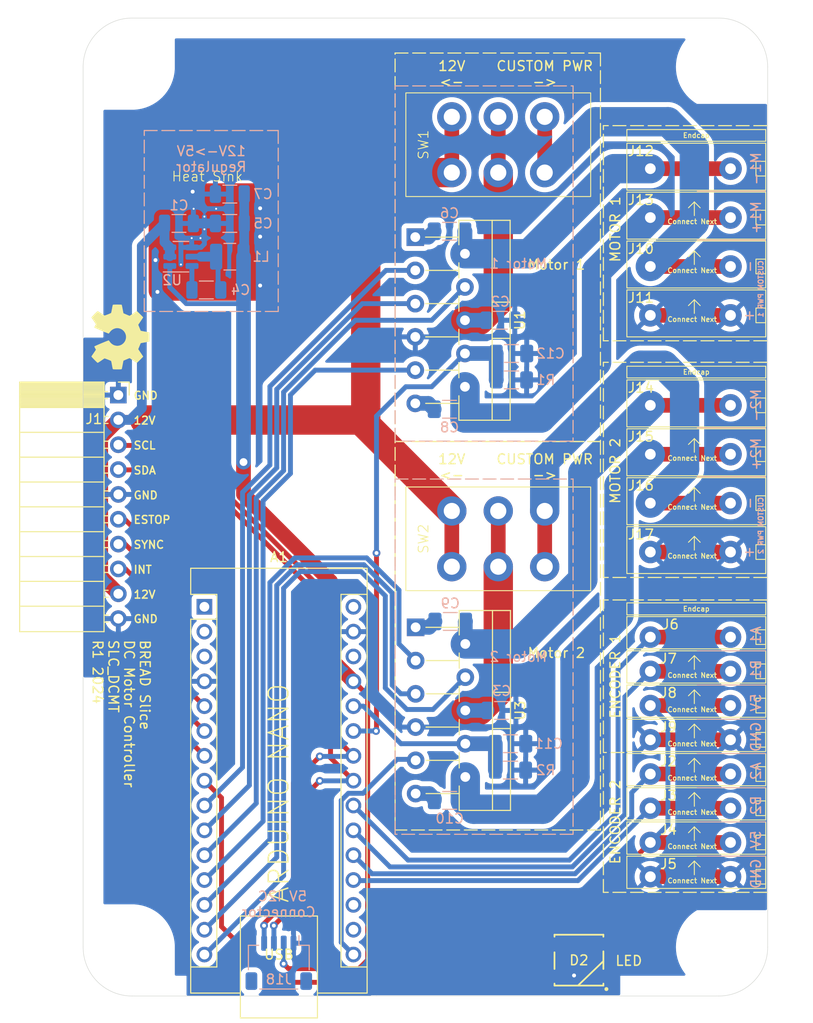
<source format=kicad_pcb>
(kicad_pcb (version 20241229) (generator "pcbnew") (generator_version "9.0")
  (layers (0 "F.Cu" signal) (2 "B.Cu" signal) (13 "F.Paste" user) (15 "B.Paste" user) (5 "F.SilkS" user "F.Silkscreen") (7 "B.SilkS" user "B.Silkscreen") (1 "F.Mask" user) (3 "B.Mask" user) (25 "Edge.Cuts" user))
  (net 0 "")
  (net 3 "GND")
  (net 5 "+5V")
  (net 6 "/LED")
  (net 7 "/I2C_CLK")
  (net 8 "/I2C_DAT")
  (net 9 "/SYNC")
  (net 11 "/E_STOP")
  (net 14 "+12V")
  (net 15 "/INT")
  (net 16 "unconnected-(A1-VIN-Pad30)")
  (net 17 "Net-(U2-SW)")
  (net 18 "Net-(U2-BST)")
  (net 20 "Net-(SW1-B)")
  (net 21 "Net-(SW2-B)")
  (net 22 "Net-(U1-OUTPUT1)")
  (net 23 "Net-(U1-BOOTSTRAP1)")
  (net 24 "Net-(U1-BOOTSTRAP2)")
  (net 25 "Net-(U1-OUTPUT2)")
  (net 26 "Net-(U3-OUTPUT1)")
  (net 27 "Net-(U3-BOOTSTRAP1)")
  (net 28 "Net-(U3-BOOTSTRAP2)")
  (net 29 "Net-(U3-OUTPUT2)")
  (net 30 "/CSEN2")
  (net 31 "/CSEN1")
  (net 32 "/A2")
  (net 33 "/B2")
  (net 34 "/A1")
  (net 35 "/B1")
  (net 36 "/CUST1")
  (net 37 "/CUST2")
  (net 38 "/DIR1")
  (net 39 "/BR1")
  (net 40 "/MC1")
  (net 41 "/THRM1")
  (net 42 "/DIR2")
  (net 43 "/BR2")
  (net 44 "/MC2")
  (net 45 "/THRM2")
  (footprint "MountingHole:MountingHole_5mm" (layer "F.Cu") (at 127.6 44.8)
    (property "Reference" "H1")
    (property "Value" "MountingHole")
  )
  (footprint "MountingHole:MountingHole_5mm" (layer "F.Cu") (at 187.6 44.8)
    (property "Reference" "H2")
    (property "Value" "MountingHole")
  )
  (footprint "MountingHole:MountingHole_5mm" (layer "F.Cu") (at 127.6 134.8)
    (property "Reference" "H3")
    (property "Value" "MountingHole")
  )
  (footprint "MountingHole:MountingHole_5mm" (layer "F.Cu") (at 187.6 134.8)
    (property "Reference" "H4")
    (property "Value" "MountingHole")
  )
  (footprint "Module:Arduino_Nano" (layer "F.Cu") (at 135 100)
    (property "Reference" "A1")
    (property "Value" "Arduino_Nano_v3.x")
  )
  (footprint "Connector_PinSocket_2.54mm:PinSocket_1x10_P2.54mm_Horizontal" (layer "F.Cu") (at 126.2 78.35)
    (property "Reference" "J1")
    (property "Value" "Conn_01x10_Female")
  )
  (footprint "Symbol:OSHW-Symbol_6.7x6mm_SilkScreen" (layer "F.Cu") (at 126.4 72.4 -90)
    (property "Reference" "Logo1" (hide yes))
    (property "Value" "Logo_Open_Hardware_Small" (hide yes))
  )
  (footprint "Package_TO_SOT_THT:TO-220-11_P3.4x5.08mm_StaggerOdd_Lead4.85mm_Vertical" (layer "F.Cu") (at 156.6 102.1 -90)
    (property "Reference" "U3")
    (property "Value" "LMD18200")
  )
  (footprint "SparkFun-Connector:Term_PressFit_5mm_H_PC" (layer "F.Cu") (at 180.6 60.2)
    (property "Reference" "J13")
    (property "Value" "Term_PressFit_Phoenix_Contact")
  )
  (footprint "Package_TO_SOT_THT:TO-220-11_P3.4x5.08mm_StaggerOdd_Lead4.85mm_Vertical" (layer "F.Cu") (at 156.565 62.2 -90)
    (property "Reference" "U1")
    (property "Value" "LMD18200")
  )
  (footprint "SparkFun-Connector:Term_PressFit_5mm_H_ENDCAP_PC" (layer "F.Cu") (at 180.6 79.4)
    (property "Reference" "J14")
    (property "Value" "cap")
  )
  (footprint "SparkFun-Connector:Term_PressFit_5mm_H_ENDCAP_PC" (layer "F.Cu") (at 180.6 55.2)
    (property "Reference" "J12")
    (property "Value" "cap")
  )
  (footprint "SparkFun-Connector:Term_PressFit_3.5mm_H_PC" (layer "F.Cu") (at 180.6 110.1)
    (property "Reference" "J8")
    (property "Value" "Term_PressFit_Phoenix_Contact")
  )
  (footprint "SparkFun-Connector:Term_PressFit_3.5mm_H_PC" (layer "F.Cu") (at 180.6 124.1)
    (property "Reference" "J4")
    (property "Value" "Term_PressFit_Phoenix_Contact")
  )
  (footprint "SparkFun-Connector:Term_PressFit_3.5mm_H_PC" (layer "F.Cu") (at 180.6 120.6)
    (property "Reference" "J3")
    (property "Value" "Term_PressFit_Phoenix_Contact")
  )
  (footprint "SparkFun-Switch:L102011MS02Q" (layer "F.Cu") (at 160.3 95.9 90)
    (property "Reference" "SW2")
    (property "Value" "SW_SPDT")
  )
  (footprint "SparkFun-Connector:Term_PressFit_3.5mm_H_PC" (layer "F.Cu") (at 180.6 117.1)
    (property "Reference" "J2")
    (property "Value" "Term_PressFit_Phoenix_Contact")
  )
  (footprint "SparkFun-Connector:Term_PressFit_5mm_H_PC" (layer "F.Cu") (at 180.6 70.2)
    (property "Reference" "J11")
    (property "Value" "Term_PressFit_Phoenix_Contact")
  )
  (footprint "SparkFun-LED:WS2812-5050-4PIN" (layer "F.Cu") (at 173.3 136.132769)
    (property "Reference" "D2")
    (property "Value" "WS2812B_5050")
  )
  (footprint "SparkFun-Connector:Term_PressFit_3.5mm_H_ENDCAP_PC" (layer "F.Cu") (at 180.6 103.1)
    (property "Reference" "J6")
    (property "Value" "cap")
  )
  (footprint "SparkFun-Connector:Term_PressFit_5mm_H_PC" (layer "F.Cu") (at 180.6 94.4)
    (property "Reference" "J17")
    (property "Value" "Term_PressFit_Phoenix_Contact")
  )
  (footprint "SparkFun-Connector:Term_PressFit_5mm_H_PC" (layer "F.Cu") (at 180.6 84.4)
    (property "Reference" "J15")
    (property "Value" "Term_PressFit_Phoenix_Contact")
  )
  (footprint "SparkFun-Connector:Term_PressFit_5mm_H_PC" (layer "F.Cu") (at 180.6 65.2)
    (property "Reference" "J10")
    (property "Value" "Term_PressFit_Phoenix_Contact")
  )
  (footprint "SparkFun-Fuse:Thermal Pad" (layer "F.Cu") (at 135.3 62.7)
    (property "Reference" "HS1")
    (property "Value" "Heatsink_Pad")
  )
  (footprint "SparkFun-Connector:Term_PressFit_5mm_H_PC" (layer "F.Cu") (at 180.6 89.4)
    (property "Reference" "J16")
    (property "Value" "Term_PressFit_Phoenix_Contact")
  )
  (footprint "SparkFun-Connector:Term_PressFit_3.5mm_H_PC" (layer "F.Cu") (at 180.6 113.6)
    (property "Reference" "J9")
    (property "Value" "Term_PressFit_Phoenix_Contact")
  )
  (footprint "SparkFun-Connector:Term_PressFit_3.5mm_H_PC" (layer "F.Cu") (at 180.6 106.6)
    (property "Reference" "J7")
    (property "Value" "Term_PressFit_Phoenix_Contact")
  )
  (footprint "SparkFun-Connector:Term_PressFit_3.5mm_H_PC" (layer "F.Cu") (at 180.6 127.6)
    (property "Reference" "J5")
    (property "Value" "Term_PressFit_Phoenix_Contact")
  )
  (footprint "SparkFun-Switch:L102011MS02Q" (layer "F.Cu") (at 160.3 55.6 90)
    (property "Reference" "SW1")
    (property "Value" "SW_SPDT")
  )
  (footprint "Capacitor_SMD:C_1206_3216Metric_Pad1.33x1.80mm_HandSolder" (layer "B.Cu") (at 160.065 61.6 180)
    (property "Reference" "C6")
    (property "Value" "10 nF")
  )
  (footprint "Capacitor_SMD:C_1206_3216Metric" (layer "B.Cu") (at 137.6 60.8)
    (property "Reference" "C5")
    (property "Value" "22uF")
  )
  (footprint "Package_TO_SOT_SMD:TSOT-23-6" (layer "B.Cu") (at 132.6 64.2)
    (property "Reference" "U2")
    (property "Value" "AP63205WU-7")
  )
  (footprint "Capacitor_SMD:C_1206_3216Metric" (layer "B.Cu") (at 137.6 57.8)
    (property "Reference" "C7")
    (property "Value" "22uF")
  )
  (footprint "Connector_JST:JST_SH_SM04B-SRSS-TB_1x04-1MP_P1.00mm_Horizontal" (layer "B.Cu") (at 142.61 136.4 180)
    (property "Reference" "J18")
    (property "Value" "I2C_01x04")
  )
  (footprint "Resistor_SMD:R_1206_3216Metric_Pad1.30x1.75mm_HandSolder" (layer "B.Cu") (at 166.4 76.8)
    (property "Reference" "R1")
    (property "Value" "4.42 k")
  )
  (footprint "Capacitor_SMD:C_1206_3216Metric_Pad1.33x1.80mm_HandSolder" (layer "B.Cu") (at 160.1425 101.5 180)
    (property "Reference" "C9")
    (property "Value" "10 nF")
  )
  (footprint "Inductor_SMD:L_1210_3225Metric" (layer "B.Cu") (at 137.6 64.2)
    (property "Reference" "L1")
    (property "Value" "4.7uH")
  )
  (footprint "Capacitor_SMD:C_1206_3216Metric" (layer "B.Cu") (at 132.4 60.8 180)
    (property "Reference" "C1")
    (property "Value" "22uF")
  )
  (footprint "Resistor_SMD:R_1206_3216Metric_Pad1.30x1.75mm_HandSolder" (layer "B.Cu") (at 166.3 116.7)
    (property "Reference" "R2")
    (property "Value" "4.42 k")
  )
  (footprint "Capacitor_SMD:C_1206_3216Metric_Pad1.33x1.80mm_HandSolder" (layer "B.Cu") (at 160.08 119.8)
    (property "Reference" "C10")
    (property "Value" "10 nF")
  )
  (footprint "Capacitor_SMD:C_1206_3216Metric" (layer "B.Cu") (at 165.38 110.6)
    (property "Reference" "C3")
    (property "Value" "10uF_t")
  )
  (footprint "Capacitor_SMD:C_1206_3216Metric_Pad1.33x1.80mm_HandSolder" (layer "B.Cu") (at 166.3 114)
    (property "Reference" "C11")
    (property "Value" "10 nF")
  )
  (footprint "Capacitor_SMD:C_1206_3216Metric" (layer "B.Cu") (at 165.265 70.7)
    (property "Reference" "C2")
    (property "Value" "10uF_t")
  )
  (footprint "Capacitor_SMD:C_1206_3216Metric" (layer "B.Cu") (at 135.2 67.6 180)
    (property "Reference" "C4")
    (property "Value" "100nF")
  )
  (footprint "Capacitor_SMD:C_1206_3216Metric_Pad1.33x1.80mm_HandSolder" (layer "B.Cu") (at 160.065 79.8)
    (property "Reference" "C8")
    (property "Value" "10 nF")
  )
  (footprint "Capacitor_SMD:C_1206_3216Metric_Pad1.33x1.80mm_HandSolder" (layer "B.Cu") (at 166.4 74.1)
    (property "Reference" "C12")
    (property "Value" "10 nF")
  )
  (gr_line (start 175.8 129.2) (end 175.8 99.3) (stroke (width 0.12) (type dash)) (layer "F.SilkS"))
  (gr_line (start 192.5 99.3) (end 175.8 99.3) (stroke (width 0.12) (type dash)) (layer "F.SilkS"))
  (gr_line (start 192.5 75) (end 175.8 75) (stroke (width 0.12) (type dash)) (layer "F.SilkS"))
  (gr_line (start 177.9 114.9) (end 175.8 114.9) (stroke (width 0.12) (type dash)) (layer "F.SilkS"))
  (gr_line (start 175.8 72.8) (end 175.8 50.8) (stroke (width 0.12) (type dash)) (layer "F.SilkS"))
  (gr_rect (start 154.5 83.1) (end 175.5 122.8254) (stroke (width 0.12) (type dash)) (fill no) (layer "F.SilkS"))
  (gr_line (start 192.5 50.8) (end 175.8 50.8) (stroke (width 0.12) (type dash)) (layer "F.SilkS"))
  (gr_rect (start 154.5 43.3746) (end 175.5 83.1) (stroke (width 0.12) (type dash)) (fill no) (layer "F.SilkS"))
  (gr_line (start 175.8 97) (end 175.8 75) (stroke (width 0.12) (type dash)) (layer "F.SilkS"))
  (gr_line (start 192.5 97) (end 175.8 97) (stroke (width 0.12) (type dash)) (layer "F.SilkS"))
  (gr_line (start 192.5 129.2) (end 175.8 129.2) (stroke (width 0.12) (type dash)) (layer "F.SilkS"))
  (gr_line (start 192.5 72.8) (end 175.8 72.8) (stroke (width 0.12) (type dash)) (layer "F.SilkS"))
  (gr_rect (start 154.5 86.93555) (end 172.7 123.26095) (stroke (width 0.12) (type dash)) (fill no) (layer "B.SilkS"))
  (gr_rect (start 154.5 46.73555) (end 172.7 83.06095) (stroke (width 0.12) (type dash)) (fill no) (layer "B.SilkS"))
  (gr_rect (start 128.85 51.3) (end 142.55 69.8) (stroke (width 0.12) (type dash)) (fill no) (layer "B.SilkS"))
  (gr_line (start 192.6 44.8) (end 192.6 94.8) (stroke (width 0.05)) (layer "Edge.Cuts"))
  (gr_arc (start 192.6 134.8) (mid 191.135534 138.335534) (end 187.6 139.8) (stroke (width 0.05)) (layer "Edge.Cuts"))
  (gr_arc (start 122.6 44.8) (mid 124.064466 41.264466) (end 127.6 39.8) (stroke (width 0.05)) (layer "Edge.Cuts"))
  (gr_line (start 192.6 94.8) (end 192.6 134.8) (stroke (width 0.05)) (layer "Edge.Cuts"))
  (gr_line (start 122.6 134.8) (end 122.6 44.8) (stroke (width 0.05)) (layer "Edge.Cuts"))
  (gr_line (start 127.6 39.8) (end 152.6 39.8) (stroke (width 0.05)) (layer "Edge.Cuts"))
  (gr_arc (start 127.6 139.8) (mid 124.064466 138.335534) (end 122.6 134.8) (stroke (width 0.05)) (layer "Edge.Cuts"))
  (gr_line (start 152.6 139.8) (end 187.6 139.8) (stroke (width 0.05)) (layer "Edge.Cuts"))
  (gr_line (start 127.6 139.8) (end 152.6 139.8) (stroke (width 0.05)) (layer "Edge.Cuts"))
  (gr_line (start 152.6 39.8) (end 187.6 39.8) (stroke (width 0.05)) (layer "Edge.Cuts"))
  (gr_arc (start 187.6 39.8) (mid 191.135534 41.264466) (end 192.6 44.8) (stroke (width 0.05)) (layer "Edge.Cuts"))
  (gr_text "Motor 1" (at 171 65.6 0) (layer "F.SilkS") (effects (font (size 1 1)) (justify bottom)))
  (gr_text "GND" (at 129 88.6 0) (layer "F.SilkS") (effects (font (size 0.8 0.8))))
  (gr_text "ENCODER 2" (at 177.6 122 90) (layer "F.SilkS") (effects (font (size 1 1)) (justify bottom)))
  (gr_text "CUSTOM PWR\n->" (at 169.8 46.9 0) (layer "F.SilkS") (effects (font (size 1 1)) (justify bottom)))
  (gr_text "MOTOR 1" (at 177.6 61.4 90) (layer "F.SilkS") (effects (font (size 1 1)) (justify bottom)))
  (gr_text "12V" (at 128.885715 98.75 0) (layer "F.SilkS") (effects (font (size 0.8 0.8))))
  (gr_text "SYNC" (at 129.32381 93.65 0) (layer "F.SilkS") (effects (font (size 0.8 0.8))))
  (gr_text "GND" (at 129 101.25 0) (layer "F.SilkS") (effects (font (size 0.8 0.8))))
  (gr_text "BREAD Slice\nDC Motor Controller\nSLC_DCMT\nR1 2024" (at 126.5 103.3 270) (layer "F.SilkS") (effects (font (size 1 1)) (justify left)))
  (gr_text "12V\n<-" (at 160.3 87.1 0) (layer "F.SilkS") (effects (font (size 1 1)) (justify bottom)))
  (gr_text "GND" (at 129 78.4 0) (layer "F.SilkS") (effects (font (size 0.8 0.8))))
  (gr_text "Motor 2" (at 171 105.30175 0) (layer "F.SilkS") (effects (font (size 1 1)) (justify bottom)))
  (gr_text "ESTOP" (at 129.647619 91.1 0) (layer "F.SilkS") (effects (font (size 0.8 0.8))))
  (gr_text "INT" (at 128.695238 96.2 0) (layer "F.SilkS") (effects (font (size 0.8 0.8))))
  (gr_text "SDA" (at 128.904762 86.05 0) (layer "F.SilkS") (effects (font (size 0.8 0.8))))
  (gr_text "SCL" (at 128.885715 83.5 0) (layer "F.SilkS") (effects (font (size 0.8 0.8))))
  (gr_text "12V\n<-" (at 160.3 46.9 0) (layer "F.SilkS") (effects (font (size 1 1)) (justify bottom)))
  (gr_text "ARDUINO NANO" (at 142.61 119.05 90) (layer "F.SilkS") (effects (font (size 2 2))))
  (gr_text "CUSTOM PWR\n->" (at 169.8 87.1 0) (layer "F.SilkS") (effects (font (size 1 1)) (justify bottom)))
  (gr_text "MOTOR 2" (at 177.6 86.1 90) (layer "F.SilkS") (effects (font (size 1 1)) (justify bottom)))
  (gr_text "12V" (at 128.885715 80.95 0) (layer "F.SilkS") (effects (font (size 0.8 0.8))))
  (gr_text "ENCODER 1" (at 177.6 107.1 90) (layer "F.SilkS") (effects (font (size 1 1)) (justify bottom)))
  (gr_text "LED" (at 178.4 136.2 0) (layer "F.SilkS") (effects (font (size 1 1))))
  (gr_text "CUSTOM PWR 1" (at 191.9 67.5 90) (layer "B.SilkS") (effects (font (size 0.5 0.5) (thickness 0.125)) (justify mirror)))
  (gr_text "A2" (at 191.4 116.8 90) (layer "B.SilkS") (effects (font (size 1 1)) (justify mirror)))
  (gr_text "+" (at 190.757 94.5 180) (layer "B.SilkS") (effects (font (size 1 1)) (justify mirror)))
  (gr_text "B2" (at 191.4 120.3 90) (layer "B.SilkS") (effects (font (size 1 1)) (justify mirror)))
  (gr_text "A1" (at 191.4 102.9 90) (layer "B.SilkS") (effects (font (size 1 1)) (justify mirror)))
  (gr_text "+" (at 190.757 70.3 180) (layer "B.SilkS") (effects (font (size 1 1)) (justify mirror)))
  (gr_text "5V" (at 191.4 109.8 90) (layer "B.SilkS") (effects (font (size 1 1)) (justify mirror)))
  (gr_text "-" (at 190.756999 65.2 90) (layer "B.SilkS") (effects (font (size 1 1)) (justify mirror)))
  (gr_text "5V" (at 191.4 123.8 90) (layer "B.SilkS") (effects (font (size 1 1)) (justify mirror)))
  (gr_text "12V->5V\nRegulator" (at 135.7 55.6 0) (layer "B.SilkS") (effects (font (size 1 1)) (justify bottom mirror)))
  (gr_text "Motor 1" (at 167.1 65.5 0) (layer "B.SilkS") (effects (font (size 1 1)) (justify bottom mirror)))
  (gr_text "GND" (at 191.4 127.3 90) (layer "B.SilkS") (effects (font (size 1 1)) (justify mirror)))
  (gr_text "GND" (at 191.4 113.3 90) (layer "B.SilkS") (effects (font (size 1 1)) (justify mirror)))
  (gr_text "M2-" (at 191.4 79.4 90) (layer "B.SilkS") (effects (font (size 1 1)) (justify mirror)))
  (gr_text "5V I2C \nConnector" (at 142.6 131.8 0) (layer "B.SilkS") (effects (font (size 1 1)) (justify bottom mirror)))
  (gr_text "M1-" (at 191.4 55.2 90) (layer "B.SilkS") (effects (font (size 1 1)) (justify mirror)))
  (gr_text "B1" (at 191.4 106.4 90) (layer "B.SilkS") (effects (font (size 1 1)) (justify mirror)))
  (gr_text "Motor 2" (at 167.1 105.7 0) (layer "B.SilkS") (effects (font (size 1 1)) (justify bottom mirror)))
  (gr_text "-" (at 190.756999 89.4 90) (layer "B.SilkS") (effects (font (size 1 1)) (justify mirror)))
  (gr_text "M2+" (at 191.4 84.4 90) (layer "B.SilkS") (effects (font (size 1 1)) (justify mirror)))
  (gr_text "M1+" (at 191.4 60.2 90) (layer "B.SilkS") (effects (font (size 1 1)) (justify mirror)))
  (gr_text "CUSTOM PWR 2" (at 191.9 91.7 90) (layer "B.SilkS") (effects (font (size 0.5 0.5) (thickness 0.125)) (justify mirror)))
  (segment (start 188.8 113.6) (end 180.6 113.6) (width 1.5) (layer "F.Cu") (net 3))
  (segment (start 188.8 94.4) (end 180.6 94.4) (width 1.5) (layer "F.Cu") (net 3))
  (segment (start 188.8 70.2) (end 180.6 70.2) (width 1.5) (layer "F.Cu") (net 3))
  (segment (start 172.8 137.7) (end 172.832769 137.732769) (width 0.5) (layer "F.Cu") (net 3))
  (segment (start 180.6 127.6) (end 188.8 127.6) (width 1.5) (layer "F.Cu") (net 3))
  (segment (start 172.832769 137.732769) (end 175.877 137.732769) (width 0.5) (layer "F.Cu") (net 3))
  (via (at 133.8 57.55) (size 0.8) (drill 0.4) (layers "F.Cu" "B.Cu") (net 3))
  (via (at 140.7 62.15) (size 0.8) (drill 0.4) (layers "F.Cu" "B.Cu") (net 3))
  (via (at 134.6 62.3) (size 0.5) (drill 0.2) (layers "F.Cu" "B.Cu") (net 3))
  (via (at 140.7 59.25) (size 0.8) (drill 0.4) (layers "F.Cu" "B.Cu") (net 3))
  (via (at 130.2 67.8) (size 0.8) (drill 0.4) (layers "F.Cu" "B.Cu") (net 3))
  (via (at 135 60.1) (size 0.5) (drill 0.2) (layers "F.Cu" "B.Cu") (net 3))
  (via (at 172.8 137.7) (size 0.8) (drill 0.4) (layers "F.Cu" "B.Cu") (net 3))
  (via (at 133.7 62.3) (size 0.5) (drill 0.2) (layers "F.Cu" "B.Cu") (net 3))
  (via (at 136.2 59.3) (size 0.5) (drill 0.2) (layers "F.Cu" "B.Cu") (net 3))
  (via (at 132.6 65) (size 0.5) (drill 0.2) (layers "F.Cu" "B.Cu") (net 3))
  (via (at 140.7 67.15) (size 0.8) (drill 0.4) (layers "F.Cu" "B.Cu") (net 3))
  (via (at 130 64.55) (size 0.8) (drill 0.4) (layers "F.Cu" "B.Cu") (net 3))
  (via (at 135 61.4) (size 0.5) (drill 0.2) (layers "F.Cu" "B.Cu") (net 3))
  (via (at 133.9 59.3) (size 0.5) (drill 0.2) (layers "F.Cu" "B.Cu") (net 3))
  (segment (start 136.125 60.8) (end 133.875 60.8) (width 1) (layer "B.Cu") (net 3))
  (segment (start 133.7 63.2125) (end 133.7375 63.25) (width 0.5) (layer "B.Cu") (net 3))
  (segment (start 132.6 63.3) (end 132.6 65) (width 0.5) (layer "B.Cu") (net 3))
  (segment (start 136.2 59.3) (end 135.3 59.3) (width 0.5) (layer "B.Cu") (net 3))
  (segment (start 132.6 62.6) (end 132.6 63.3) (width 0.5) (layer "B.Cu") (net 3))
  (segment (start 135 61.9) (end 134.6 62.3) (width 0.5) (layer "B.Cu") (net 3))
  (segment (start 135 60.1) (end 135 61.4) (width 0.5) (layer "B.Cu") (net 3))
  (segment (start 133.7375 63.25) (end 132.65 63.25) (width 0.5) (layer "B.Cu") (net 3))
  (segment (start 134.6 62.3) (end 133.7 62.3) (width 0.5) (layer "B.Cu") (net 3))
  (segment (start 132.9 62.3) (end 132.6 62.6) (width 0.5) (layer "B.Cu") (net 3))
  (segment (start 133.7 62.3) (end 133.7 63.2125) (width 0.5) (layer "B.Cu") (net 3))
  (segment (start 135 61.4) (end 135 61.9) (width 0.5) (layer "B.Cu") (net 3))
  (segment (start 132.65 63.25) (end 132.6 63.3) (width 0.5) (layer "B.Cu") (net 3))
  (segment (start 135.3 59.3) (end 136.8 59.3) (width 0.5) (layer "B.Cu") (net 3))
  (segment (start 136.8 59.3) (end 137.1 59.3) (width 0.5) (layer "B.Cu") (net 3))
  (segment (start 135 62.9) (end 135 61.4) (width 0.5) (layer "B.Cu") (net 3))
  (segment (start 133.7375 63.25) (end 134.65 63.25) (width 0.5) (layer "B.Cu") (net 3))
  (segment (start 134.65 63.25) (end 135 62.9) (width 0.5) (layer "B.Cu") (net 3))
  (segment (start 133.7 62.3) (end 132.9 62.3) (width 0.5) (layer "B.Cu") (net 3))
  (segment (start 150.22 107.62) (end 150.24 107.62) (width 1.5) (layer "F.Cu") (net 5))
  (segment (start 143.6 137) (end 150.8 137) (width 0.5) (layer "F.Cu") (net 5))
  (segment (start 139 88.5) (end 147.9 97.4) (width 1.5) (layer "F.Cu") (net 5))
  (segment (start 180.6 124.1) (end 188.8 124.1) (width 1.5) (layer "F.Cu") (net 5))
  (segment (start 151.7 136.1) (end 151.7 130.5) (width 0.5) (layer "F.Cu") (net 5))
  (segment (start 147.9 105.3) (end 150.22 107.62) (width 1.5) (layer "F.Cu") (net 5))
  (segment (start 150.27 107.62) (end 151.7 109.05) (width 0.5) (layer "F.Cu") (net 5))
  (segment (start 139 85.2) (end 139 88.5) (width 1.5) (layer "F.Cu") (net 5))
  (segment (start 180.6 110.1) (end 188.8 110.1) (width 1.5) (layer "F.Cu") (net 5))
  (segment (start 170.723 133.977) (end 170.723 134.532769) (width 0.5) (layer "F.Cu") (net 5))
  (segment (start 147.9 97.4) (end 147.9 105.3) (width 1.5) (layer "F.Cu") (net 5))
  (segment (start 151.7 130.5) (end 151.7 131.9) (width 0.5) (layer "F.Cu") (net 5))
  (segment (start 154.332769 134.532769) (end 170.723 134.532769) (width 0.5) (layer "F.Cu") (net 5))
  (segment (start 150.8 137) (end 151.7 136.1) (width 0.5) (layer "F.Cu") (net 5))
  (segment (start 150.24 107.62) (end 150.27 107.62) (width 0.5) (layer "F.Cu") (net 5))
  (segment (start 151.7 109.05) (end 151.7 130.5) (width 0.5) (layer "F.Cu") (net 5))
  (segment (start 180.6 124.1) (end 170.723 133.977) (width 0.5) (layer "F.Cu") (net 5))
  (segment (start 143.1 136.5) (end 143.6 137) (width 0.5) (layer "F.Cu") (net 5))
  (segment (start 151.7 131.9) (end 154.332769 134.532769) (width 0.5) (layer "F.Cu") (net 5))
  (via (at 139 85.2) (size 1.5) (drill 0.8) (layers "F.Cu" "B.Cu") (net 5))
  (via (at 143.1 136.5) (size 0.8) (drill 0.4) (layers "F.Cu" "B.Cu") (net 5))
  (segment (start 143.1 134.41) (end 143.11 134.4) (width 0.5) (layer "B.Cu") (net 5))
  (segment (start 180.6 110.1) (end 182.4 111.9) (width 0.5) (layer "B.Cu") (net 5))
  (segment (start 139 69) (end 139 64.2) (width 1.5) (layer "B.Cu") (net 5))
  (segment (start 131.4625 67.309378) (end 133.153122 69) (width 0.5) (layer "B.Cu") (net 5))
  (segment (start 133.153122 69) (end 139 69) (width 0.5) (layer "B.Cu") (net 5))
  (segment (start 139 85.2) (end 139 69) (width 1.5) (layer "B.Cu") (net 5))
  (segment (start 182.4 122.3) (end 180.6 124.1) (width 0.5) (layer "B.Cu") (net 5))
  (segment (start 139.075 64.125) (end 139 64.2) (width 1) (layer "B.Cu") (net 5))
  (segment (start 139.075 57.8) (end 139.075 64.125) (width 1) (layer "B.Cu") (net 5))
  (segment (start 143.1 136.5) (end 143.1 134.41) (width 0.5) (layer "B.Cu") (net 5))
  (segment (start 150.42 107.8) (end 150.24 107.62) (width 0.5) (layer "B.Cu") (net 5))
  (segment (start 131.4625 65.15) (end 131.4625 67.309378) (width 0.5) (layer "B.Cu") (net 5))
  (segment (start 182.4 111.9) (end 182.4 122.3) (width 0.5) (layer "B.Cu") (net 5))
  (segment (start 136.75 119.53) (end 136.75 132.7) (width 0.5) (layer "F.Cu") (net 6))
  (segment (start 167.8575 138.4) (end 170.0575 136.2) (width 0.5) (layer "F.Cu") (net 6))
  (segment (start 135 117.78) (end 136.75 119.53) (width 0.5) (layer "F.Cu") (net 6))
  (segment (start 174.209769 136.2) (end 175.877 134.532769) (width 0.5) (layer "F.Cu") (net 6))
  (segment (start 170.0575 136.2) (end 174.209769 136.2) (width 0.5) (layer "F.Cu") (net 6))
  (segment (start 142.45 138.4) (end 167.8575 138.4) (width 0.5) (layer "F.Cu") (net 6))
  (segment (start 136.75 132.7) (end 142.45 138.4) (width 0.5) (layer "F.Cu") (net 6))
  (segment (start 148.6 107.697056) (end 146.7 105.797056) (width 0.5) (layer "F.Cu") (net 7))
  (segment (start 141.1 132.397918) (end 144.1 129.397918) (width 0.5) (layer "F.Cu") (net 7))
  (segment (start 144.1 118) (end 146.8 115.3) (width 0.5) (layer "F.Cu") (net 7))
  (segment (start 126.27 83.5) (end 126.2 83.43) (width 0.5) (layer "F.Cu") (net 7))
  (segment (start 148.6 113.6) (end 148.6 107.697056) (width 0.5) (layer "F.Cu") (net 7))
  (segment (start 146.7 97.9) (end 132.3 83.5) (width 0.5) (layer "F.Cu") (net 7))
  (segment (start 150.24 115.24) (end 148.6 113.6) (width 0.5) (layer "F.Cu") (net 7))
  (segment (start 132.3 83.5) (end 126.27 83.5) (width 0.5) (layer "F.Cu") (net 7))
  (segment (start 141.1 132.6) (end 141.1 132.397918) (width 0.5) (layer "F.Cu") (net 7))
  (segment (start 146.7 105.797056) (end 146.7 97.9) (width 0.5) (layer "F.Cu") (net 7))
  (segment (start 144.1 129.397918) (end 144.1 118) (width 0.5) (layer "F.Cu") (net 7))
  (via (at 146.8 115.3) (size 0.8) (drill 0.4) (layers "F.Cu" "B.Cu") (net 7))
  (via (at 141.1 132.6) (size 0.8) (drill 0.4) (layers "F.Cu" "B.Cu") (net 7))
  (segment (start 141.11 132.61) (end 141.1 132.6) (width 0.5) (layer "B.Cu") (net 7))
  (segment (start 150.18 115.3) (end 150.24 115.24) (width 0.5) (layer "B.Cu") (net 7))
  (segment (start 146.8 115.3) (end 150.18 115.3) (width 0.5) (layer "B.Cu") (net 7))
  (segment (start 141.11 134.4) (end 141.11 132.61) (width 0.5) (layer "B.Cu") (net 7))
  (segment (start 146 106.087005) (end 146 98.18995) (width 0.5) (layer "F.Cu") (net 8))
  (segment (start 146 98.18995) (end 133.81005 86) (width 0.5) (layer "F.Cu") (net 8))
  (segment (start 150.24 117.78) (end 147.9 115.44) (width 0.5) (layer "F.Cu") (net 8))
  (segment (start 147.9 107.987006) (end 146 106.087005) (width 0.5) (layer "F.Cu") (net 8))
  (segment (start 142.1 132.6) (end 144.8 129.9) (width 0.5) (layer "F.Cu") (net 8))
  (segment (start 147.9 115.44) (end 147.9 107.987006) (width 0.5) (layer "F.Cu") (net 8))
  (segment (start 126.23 86) (end 126.2 85.97) (width 0.5) (layer "F.Cu") (net 8))
  (segment (start 144.8 129.9) (end 144.8 119.8) (width 0.5) (layer "F.Cu") (net 8))
  (segment (start 133.81005 86) (end 126.23 86) (width 0.5) (layer "F.Cu") (net 8))
  (segment (start 144.8 119.8) (end 146.8 117.8) (width 0.5) (layer "F.Cu") (net 8))
  (via (at 142.1 132.6) (size 0.8) (drill 0.4) (layers "F.Cu" "B.Cu") (net 8))
  (via (at 146.8 117.8) (size 0.8) (drill 0.4) (layers "F.Cu" "B.Cu") (net 8))
  (segment (start 146.8 117.8) (end 150.22 117.8) (width 0.5) (layer "B.Cu") (net 8))
  (segment (start 142.11 134.4) (end 142.11 132.61) (width 0.5) (layer "B.Cu") (net 8))
  (segment (start 150.22 117.8) (end 150.24 117.78) (width 0.5) (layer "B.Cu") (net 8))
  (segment (start 142.11 132.61) (end 142.1 132.6) (width 0.5) (layer "B.Cu") (net 8))
  (segment (start 128.4 97.6) (end 128.4 108.64) (width 0.5) (layer "F.Cu") (net 9))
  (segment (start 128.4 108.64) (end 135 115.24) (width 0.5) (layer "F.Cu") (net 9))
  (segment (start 126.93 96.13) (end 128.4 97.6) (width 0.5) (layer "F.Cu") (net 9))
  (segment (start 126.2 96.13) (end 126.93 96.13) (width 0.5) (layer "F.Cu") (net 9))
  (segment (start 129.8 94) (end 129.8 104.96) (width 0.5) (layer "F.Cu") (net 11))
  (segment (start 129.8 104.96) (end 135 110.16) (width 0.5) (layer "F.Cu") (net 11))
  (segment (start 126.85 91.05) (end 129.8 94) (width 0.5) (layer "F.Cu") (net 11))
  (segment (start 126.2 91.05) (end 126.85 91.05) (width 0.5) (layer "F.Cu") (net 11))
  (segment (start 126.2 80.89) (end 128.89 80.89) (width 1) (layer "F.Cu") (net 14))
  (segment (start 153.5 83.4) (end 151.5 81.4) (width 3) (layer "F.Cu") (net 14))
  (segment (start 151.5 81.4) (end 151.5 60.9) (width 3) (layer "F.Cu") (net 14))
  (segment (start 151 80.9) (end 128.9 80.9) (width 3) (layer "F.Cu") (net 14))
  (segment (start 160.3 49.9) (end 160.3 55.6) (width 1.5) (layer "F.Cu") (net 14))
  (segment (start 160.3 90.2) (end 151 80.9) (width 3) (layer "F.Cu") (net 14))
  (segment (start 124.4 82.684415) (end 126.194415 80.89) (width 1.5) (layer "F.Cu") (net 14))
  (segment (start 151.5 60.9) (end 156.8 55.6) (width 3) (layer "F.Cu") (net 14))
  (segment (start 125.46 97.93) (end 125.454415 97.93) (width 1.5) (layer "F.Cu") (net 14))
  (segment (start 125.454415 97.93) (end 124.4 96.875585) (width 1.5) (layer "F.Cu") (net 14))
  (segment (start 156.8 55.6) (end 160.3 55.6) (width 3) (layer "F.Cu") (net 14))
  (segment (start 126.2 98.67) (end 125.46 97.93) (width 1.5) (layer "F.Cu") (net 14))
  (segment (start 128.89 80.89) (end 128.9 80.9) (width 1) (layer "F.Cu") (net 14))
  (segment (start 124.4 96.875585) (end 124.4 82.684415) (width 1.5) (layer "F.Cu") (net 14))
  (segment (start 160.3 90.2) (end 160.3 95.9) (width 1.5) (layer "F.Cu") (net 14))
  (segment (start 126.2 80.89) (end 127.402081 80.89) (width 1) (layer "B.Cu") (net 14))
  (segment (start 131.4625 63.25) (end 131.4625 64.15) (width 1) (layer "B.Cu") (net 14))
  (segment (start 130.925 62.7125) (end 131.4625 63.25) (width 1) (layer "B.Cu") (net 14))
  (segment (start 128.6 79.692081) (end 128.6 63.125) (width 1) (layer "B.Cu") (net 14))
  (segment (start 130.925 60.8) (end 130.925 62.7125) (width 1) (layer "B.Cu") (net 14))
  (segment (start 127.402081 80.89) (end 128.6 79.692081) (width 1) (layer "B.Cu") (net 14))
  (segment (start 126.2 80.89) (end 126.194415 80.895585) (width 1.5) (layer "B.Cu") (net 14))
  (segment (start 128.6 63.125) (end 130.925 60.8) (width 1) (layer "B.Cu") (net 14))
  (segment (start 129.1 95.8) (end 129.1 106.8) (width 0.5) (layer "F.Cu") (net 15))
  (segment (start 126.89 93.59) (end 129.1 95.8) (width 0.5) (layer "F.Cu") (net 15))
  (segment (start 126.2 93.59) (end 126.89 93.59) (width 0.5) (layer "F.Cu") (net 15))
  (segment (start 129.1 106.8) (end 135 112.7) (width 0.5) (layer "F.Cu") (net 15))
  (segment (start 150.257 100.017) (end 150.24 100) (width 1.5) (layer "B.Cu") (net 16))
  (segment (start 136.4 67.325) (end 136.4 64.4) (width 0.5) (layer "B.Cu") (net 17))
  (segment (start 136.4 64.4) (end 136.2 64.2) (width 0.5) (layer "B.Cu") (net 17))
  (segment (start 136.2 64.2) (end 134.656238 64.2) (width 1) (layer "B.Cu") (net 17))
  (segment (start 136.675 67.6) (end 136.4 67.325) (width 0.5) (layer "B.Cu") (net 17))
  (segment (start 133.725 65.1625) (end 133.7375 65.15) (width 0.5) (layer "B.Cu") (net 18))
  (segment (start 133.725 67.6) (end 133.725 65.1625) (width 0.5) (layer "B.Cu") (net 18))
  (segment (start 165.05 49.9) (end 165.05 55.6) (width 1.5) (layer "F.Cu") (net 20))
  (segment (start 163.1 70.7) (end 161.645 70.7) (width 3) (layer "F.Cu") (net 20))
  (segment (start 165.05 55.6) (end 165.05 68.75) (width 3) (layer "F.Cu") (net 20))
  (segment (start 165.05 68.75) (end 163.1 70.7) (width 3) (layer "F.Cu") (net 20))
  (segment (start 163.79 70.7) (end 161.645 70.7) (width 1.5) (layer "B.Cu") (net 20))
  (segment (start 165.05 90.2) (end 165.05 95.9) (width 1.5) (layer "F.Cu") (net 21))
  (segment (start 165.05 108.65) (end 163.1 110.6) (width 3) (layer "F.Cu") (net 21))
  (segment (start 163.1 110.6) (end 161.68 110.6) (width 3) (layer "F.Cu") (net 21))
  (segment (start 165.05 95.9) (end 165.05 108.65) (width 3) (layer "F.Cu") (net 21))
  (segment (start 161.68 110.6) (end 163.905 110.6) (width 1.5) (layer "B.Cu") (net 21))
  (segment (start 180.6 55.2) (end 188.8 55.2) (width 1.5) (layer "F.Cu") (net 22))
  (segment (start 161.645 63.9) (end 168.2 63.9) (width 3) (layer "B.Cu") (net 22))
  (segment (start 168.2 63.9) (end 176.9 55.2) (width 3) (layer "B.Cu") (net 22))
  (segment (start 161.6275 63.8825) (end 161.6275 61.6) (width 1.5) (layer "B.Cu") (net 22))
  (segment (start 161.645 63.9) (end 161.645 61.6175) (width 1.5) (layer "B.Cu") (net 22))
  (segment (start 161.645 63.9) (end 161.6275 63.8825) (width 1.5) (layer "B.Cu") (net 22))
  (segment (start 161.645 61.6175) (end 161.6275 61.6) (width 1.5) (layer "B.Cu") (net 22))
  (segment (start 176.9 55.2) (end 180.6 55.2) (width 3) (layer "B.Cu") (net 22))
  (segment (start 157.9025 62.2) (end 156.565 62.2) (width 1.5) (layer "B.Cu") (net 23))
  (segment (start 158.5025 61.6) (end 157.9025 62.2) (width 1.5) (layer "B.Cu") (net 23))
  (segment (start 158.5025 79.8) (end 157.9025 79.2) (width 1.5) (layer "B.Cu") (net 24))
  (segment (start 157.9025 79.2) (end 156.565 79.2) (width 1.5) (layer "B.Cu") (net 24))
  (segment (start 188.8 60.2) (end 180.6 60.2) (width 1.5) (layer "F.Cu") (net 25))
  (segment (start 175.1 75) (end 169.4 80.7) (width 3) (layer "B.Cu") (net 25))
  (segment (start 161.645 77.5) (end 161.645 79.7825) (width 1.5) (layer "B.Cu") (net 25))
  (segment (start 175.1 65.7) (end 175.1 75) (width 3) (layer "B.Cu") (net 25))
  (segment (start 180.6 60.2) (end 175.1 65.7) (width 3) (layer "B.Cu") (net 25))
  (segment (start 161.645 80.7) (end 161.645 77.5) (width 3) (layer "B.Cu") (net 25))
  (segment (start 169.4 80.7) (end 161.645 80.7) (width 3) (layer "B.Cu") (net 25))
  (segment (start 161.645 79.7825) (end 161.6275 79.8) (width 1.5) (layer "B.Cu") (net 25))
  (segment (start 180.6 79.4) (end 188.8 79.4) (width 1.5) (layer "F.Cu") (net 26))
  (segment (start 173.7 97.2) (end 173.7 86.3) (width 3) (layer "B.Cu") (net 26))
  (segment (start 161.68 103.8) (end 167.1 103.8) (width 3) (layer "B.Cu") (net 26))
  (segment (start 161.68 103.8) (end 161.68 101.525) (width 1.5) (layer "B.Cu") (net 26))
  (segment (start 161.68 101.525) (end 161.705 101.5) (width 1.5) (layer "B.Cu") (net 26))
  (segment (start 167.1 103.8) (end 173.7 97.2) (width 3) (layer "B.Cu") (net 26))
  (segment (start 173.7 86.3) (end 180.6 79.4) (width 3) (layer "B.Cu") (net 26))
  (segment (start 156.6 102.1) (end 157.98 102.1) (width 1.5) (layer "B.Cu") (net 27))
  (segment (start 157.98 102.1) (end 158.58 101.5) (width 1.5) (layer "B.Cu") (net 27))
  (segment (start 158.5175 119.8) (end 158.5175 119.6175) (width 1.5) (layer "B.Cu") (net 28))
  (segment (start 158 119.1) (end 156.6 119.1) (width 1.5) (layer "B.Cu") (net 28))
  (segment (start 158.5175 119.6175) (end 158 119.1) (width 1.5) (layer "B.Cu") (net 28))
  (segment (start 188.8 84.4) (end 180.6 84.4) (width 1.5) (layer "F.Cu") (net 29))
  (segment (start 177.4 87.6) (end 177.4 100.8) (width 3) (layer "B.Cu") (net 29))
  (segment (start 161.68 119.8375) (end 161.68 117.4) (width 3) (layer "B.Cu") (net 29))
  (segment (start 172.9 117.4) (end 169.6 120.7) (width 3) (layer "B.Cu") (net 29))
  (segment (start 169.6 120.7) (end 162.5425 120.7) (width 3) (layer "B.Cu") (net 29))
  (segment (start 161.68 117.4) (end 161.68 119.7625) (width 1.5) (layer "B.Cu") (net 29))
  (segment (start 172.9 105.3) (end 172.9 117.4) (width 3) (layer "B.Cu") (net 29))
  (segment (start 161.68 119.7625) (end 161.6425 119.8) (width 1.5) (layer "B.Cu") (net 29))
  (segment (start 162.5425 120.7) (end 161.68 119.8375) (width 3) (layer "B.Cu") (net 29))
  (segment (start 177.4 100.8) (end 172.9 105.3) (width 3) (layer "B.Cu") (net 29))
  (segment (start 180.6 84.4) (end 177.4 87.6) (width 3) (layer "B.Cu") (net 29))
  (segment (start 161.68 114) (end 164.7375 114) (width 1.5) (layer "B.Cu") (net 30))
  (segment (start 164.75 114.0125) (end 164.75 116.7) (width 1.5) (layer "B.Cu") (net 30))
  (segment (start 155.1 114) (end 161.68 114) (width 0.5) (layer "B.Cu") (net 30))
  (segment (start 161.58 113.9) (end 161.68 114) (width 0.5) (layer "B.Cu") (net 30))
  (segment (start 164.7375 114) (end 164.75 114.0125) (width 0.5) (layer "B.Cu") (net 30))
  (segment (start 150.24 110.16) (end 151.26 110.16) (width 0.5) (layer "B.Cu") (net 30))
  (segment (start 151.26 110.16) (end 155.1 114) (width 0.5) (layer "B.Cu") (net 30))
  (segment (start 152.6 94.5) (end 152.6 112.6495) (width 0.5) (layer "F.Cu") (net 31))
  (segment (start 152.6 112.6495) (end 152.5495 112.7) (width 0.5) (layer "F.Cu") (net 31))
  (via (at 152.6 94.5) (size 0.8) (drill 0.4) (layers "F.Cu" "B.Cu") (net 31))
  (via (at 152.5495 112.7) (size 0.8) (drill 0.4) (layers "F.Cu" "B.Cu") (net 31))
  (segment (start 155.6 77.5) (end 158.245 77.5) (width 0.5) (layer "B.Cu") (net 31))
  (segment (start 152.6 80.5) (end 155.6 77.5) (width 0.5) (layer "B.Cu") (net 31))
  (segment (start 158.245 77.5) (end 161.645 74.1) (width 0.5) (layer "B.Cu") (net 31))
  (segment (start 164.8375 76.7875) (end 164.85 76.8) (width 1.5) (layer "B.Cu") (net 31))
  (segment (start 152.5495 112.7) (end 150.24 112.7) (width 0.5) (layer "B.Cu") (net 31))
  (segment (start 164.8375 74.1) (end 164.8375 76.7875) (width 1.5) (layer "B.Cu") (net 31))
  (segment (start 152.6 94.5) (end 152.6 80.5) (width 0.5) (layer "B.Cu") (net 31))
  (segment (start 161.645 74.1) (end 164.8375 74.1) (width 1.5) (layer "B.Cu") (net 31))
  (segment (start 180.6 117.1) (end 188.8 117.1) (width 1.5) (layer "F.Cu") (net 32))
  (segment (start 150.24 125.4) (end 152.14 127.3) (width 0.5) (layer "B.Cu") (net 32))
  (segment (start 178.7 121.51005) (end 178.7 119) (width 0.5) (layer "B.Cu") (net 32))
  (segment (start 172.91005 127.3) (end 178.7 121.51005) (width 0.5) (layer "B.Cu") (net 32))
  (segment (start 152.14 127.3) (end 172.91005 127.3) (width 0.5) (layer "B.Cu") (net 32))
  (segment (start 178.7 119) (end 180.6 117.1) (width 0.5) (layer "B.Cu") (net 32))
  (segment (start 188.8 120.6) (end 180.6 120.6) (width 1.5) (layer "F.Cu") (net 33))
  (segment (start 150.3 128) (end 150.24 127.94) (width 0.5) (layer "B.Cu") (net 33))
  (segment (start 180.6 120.6) (end 173.2 128) (width 0.5) (layer "B.Cu") (net 33))
  (segment (start 173.2 128) (end 150.3 128) (width 0.5) (layer "B.Cu") (net 33))
  (segment (start 180.6 103.1) (end 188.8 103.1) (width 1.5) (layer "F.Cu") (net 34))
  (segment (start 177.3 106.4) (end 180.6 103.1) (width 0.5) (layer "B.Cu") (net 34))
  (segment (start 155.82 125.9) (end 172.33015 125.9) (width 0.5) (layer "B.Cu") (net 34))
  (segment (start 172.33015 125.9) (end 177.3 120.93015) (width 0.5) (layer "B.Cu") (net 34))
  (segment (start 177.3 120.93015) (end 177.3 106.4) (width 0.5) (layer "B.Cu") (net 34))
  (segment (start 150.24 120.32) (end 155.82 125.9) (width 0.5) (layer "B.Cu") (net 34))
  (segment (start 180.6 106.6) (end 188.8 106.6) (width 1.5) (layer "F.Cu") (net 35))
  (segment (start 153.98 126.6) (end 150.24 122.86) (width 0.5) (layer "B.Cu") (net 35))
  (segment (start 178 109.2) (end 178 121.2201) (width 0.5) (layer "B.Cu") (net 35))
  (segment (start 178 121.2201) (end 172.6201 126.6) (width 0.5) (layer "B.Cu") (net 35))
  (segment (start 172.6201 126.6) (end 153.98 126.6) (width 0.5) (layer "B.Cu") (net 35))
  (segment (start 180.6 106.6) (end 178 109.2) (width 0.5) (layer "B.Cu") (net 35))
  (segment (start 180.6 65.2) (end 188.8 65.2) (width 1.5) (layer "F.Cu") (net 36))
  (segment (start 169.8 49.9) (end 169.8 55.6) (width 1.5) (layer "F.Cu") (net 36))
  (segment (start 185.1 60.7) (end 185.1 53.1) (width 3) (layer "B.Cu") (net 36))
  (segment (start 185.1 53.1) (end 182.4 50.4) (width 3) (layer "B.Cu") (net 36))
  (segment (start 180.6 65.2) (end 185.1 60.7) (width 3) (layer "B.Cu") (net 36))
  (segment (start 182.4 50.4) (end 175 50.4) (width 3) (layer "B.Cu") (net 36))
  (segment (start 175 50.4) (end 169.8 55.6) (width 3) (layer "B.Cu") (net 36))
  (segment (start 169.8 90.2) (end 169.8 95.9) (width 1.5) (layer "F.Cu") (net 37))
  (segment (start 180.6 89.4) (end 188.8 89.4) (width 1.5) (layer "F.Cu") (net 37))
  (segment (start 169.8 85.1) (end 169.8 90.2) (width 3) (layer "B.Cu") (net 37))
  (segment (start 180.6 89.4) (end 184.1 85.9) (width 3) (layer "B.Cu") (net 37))
  (segment (start 184.1 77.4) (end 182 75.3) (width 3) (layer "B.Cu") (net 37))
  (segment (start 182 75.3) (end 179.6 75.3) (width 3) (layer "B.Cu") (net 37))
  (segment (start 169.8 86.3) (end 169.8 90.2) (width 1.5) (layer "B.Cu") (net 37))
  (segment (start 184.1 85.9) (end 184.1 77.4) (width 3) (layer "B.Cu") (net 37))
  (segment (start 179.6 75.3) (end 169.8 85.1) (width 3) (layer "B.Cu") (net 37))
  (segment (start 138.9 88.300003) (end 138.9 116.42) (width 0.5) (layer "B.Cu") (net 38))
  (segment (start 156.565 65.6) (end 153.565 65.6) (width 0.5) (layer "B.Cu") (net 38))
  (segment (start 138.9 116.42) (end 135 120.32) (width 0.5) (layer "B.Cu") (net 38))
  (segment (start 153.565 65.6) (end 141.7 77.465) (width 0.5) (layer "B.Cu") (net 38))
  (segment (start 141.7 77.465) (end 141.7 85.5) (width 0.5) (layer "B.Cu") (net 38))
  (segment (start 141.7 85.5) (end 138.9 88.300003) (width 0.5) (layer "B.Cu") (net 38))
  (segment (start 143.1 78.0449) (end 143.1 86.0799) (width 0.5) (layer "B.Cu") (net 39))
  (segment (start 158.245 70.7) (end 150.4449 70.7) (width 0.5) (layer "B.Cu") (net 39))
  (segment (start 140.3 88.879901) (end 140.3 120.1) (width 0.5) (layer "B.Cu") (net 39))
  (segment (start 140.3 120.1) (end 135 125.4) (width 0.5) (layer "B.Cu") (net 39))
  (segment (start 161.645 67.3) (end 158.245 70.7) (width 0.5) (layer "B.Cu") (net 39))
  (segment (start 143.1 86.0799) (end 140.3 88.879901) (width 0.5) (layer "B.Cu") (net 39))
  (segment (start 150.4449 70.7) (end 143.1 78.0449) (width 0.5) (layer "B.Cu") (net 39))
  (segment (start 142.4 77.75495) (end 142.4 85.78995) (width 0.5) (layer "B.Cu") (net 40))
  (segment (start 139.6 118.26) (end 135 122.86) (width 0.5) (layer "B.Cu") (net 40))
  (segment (start 151.15495 69) (end 142.4 77.75495) (width 0.5) (layer "B.Cu") (net 40))
  (segment (start 142.4 85.78995) (end 139.6 88.589952) (width 0.5) (layer "B.Cu") (net 40))
  (segment (start 156.565 69) (end 151.15495 69) (width 0.5) (layer "B.Cu") (net 40))
  (segment (start 139.6 88.589952) (end 139.6 118.26) (width 0.5) (layer "B.Cu") (net 40))
  (segment (start 143.8 86.36985) (end 141 89.16985) (width 0.5) (layer "B.Cu") (net 41))
  (segment (start 156.565 75.8) (end 146.33485 75.8) (width 0.5) (layer "B.Cu") (net 41))
  (segment (start 141 89.16985) (end 141 121.94) (width 0.5) (layer "B.Cu") (net 41))
  (segment (start 143.8 78.33485) (end 143.8 86.36985) (width 0.5) (layer "B.Cu") (net 41))
  (segment (start 141 121.94) (end 135 127.94) (width 0.5) (layer "B.Cu") (net 41))
  (segment (start 146.33485 75.8) (end 143.8 78.33485) (width 0.5) (layer "B.Cu") (net 41))
  (segment (start 141.7 123.78) (end 135 130.48) (width 0.5) (layer "B.Cu") (net 42))
  (segment (start 154.9 103.8) (end 154.9 98.3) (width 0.5) (layer "B.Cu") (net 42))
  (segment (start 156.6 105.5) (end 154.9 103.8) (width 0.5) (layer "B.Cu") (net 42))
  (segment (start 141.7 97.5201) (end 141.7 123.78) (width 0.5) (layer "B.Cu") (net 42))
  (segment (start 154.9 98.3) (end 151.6 95) (width 0.5) (layer "B.Cu") (net 42))
  (segment (start 144.220101 95) (end 141.7 97.5201) (width 0.5) (layer "B.Cu") (net 42))
  (segment (start 151.6 95) (end 144.220101 95) (width 0.5) (layer "B.Cu") (net 42))
  (segment (start 143.1 127.5) (end 143.1 98.1) (width 0.5) (layer "B.Cu") (net 43))
  (segment (start 144.8 96.4) (end 151.0201 96.4) (width 0.5) (layer "B.Cu") (net 43))
  (segment (start 135 135.56) (end 135.04 135.56) (width 0.5) (layer "B.Cu") (net 43))
  (segment (start 151.0201 96.4) (end 153.5 98.8799) (width 0.5) (layer "B.Cu") (net 43))
  (segment (start 143.1 98.1) (end 144.8 96.4) (width 0.5) (layer "B.Cu") (net 43))
  (segment (start 153.5 98.8799) (end 153.5 108.299999) (width 0.5) (layer "B.Cu") (net 43))
  (segment (start 158.38 110.5) (end 161.68 107.2) (width 0.5) (layer "B.Cu") (net 43))
  (segment (start 155.7 110.5) (end 158.38 110.5) (width 0.5) (layer "B.Cu") (net 43))
  (segment (start 135.04 135.56) (end 143.1 127.5) (width 0.5) (layer "B.Cu") (net 43))
  (segment (start 153.5 108.299999) (end 155.7 110.5) (width 0.5) (layer "B.Cu") (net 43))
  (segment (start 142.4 97.81005) (end 144.510051 95.7) (width 0.5) (layer "B.Cu") (net 44))
  (segment (start 155.08995 108.9) (end 156.6 108.9) (width 0.5) (layer "B.Cu") (net 44))
  (segment (start 135 133.02) (end 142.4 125.62) (width 0.5) (layer "B.Cu") (net 44))
  (segment (start 154.2 108.01005) (end 155.08995 108.9) (width 0.5) (layer "B.Cu") (net 44))
  (segment (start 144.510051 95.7) (end 151.31005 95.7) (width 0.5) (layer "B.Cu") (net 44))
  (segment (start 151.31005 95.7) (end 154.2 98.58995) (width 0.5) (layer "B.Cu") (net 44))
  (segment (start 154.2 98.58995) (end 154.2 108.01005) (width 0.5) (layer "B.Cu") (net 44))
  (segment (start 142.4 125.62) (end 142.4 97.81005) (width 0.5) (layer "B.Cu") (net 44))
  (segment (start 156.5 115.6) (end 156.6 115.7) (width 0.5) (layer "B.Cu") (net 45))
  (segment (start 151.23 119.07) (end 154.7 115.6) (width 0.5) (layer "B.Cu") (net 45))
  (segment (start 148.99 119.802233) (end 149.722233 119.07) (width 0.5) (layer "B.Cu") (net 45))
  (segment (start 154.7 115.6) (end 156.5 115.6) (width 0.5) (layer "B.Cu") (net 45))
  (segment (start 148.99 134.31) (end 148.99 119.802233) (width 0.5) (layer "B.Cu") (net 45))
  (segment (start 149.722233 119.07) (end 151.23 119.07) (width 0.5) (layer "B.Cu") (net 45))
  (segment (start 150.24 135.56) (end 148.99 134.31) (width 0.5) (layer "B.Cu") (net 45))
  (zone (net 3) (net_name "GND") (layer "B.Cu") (connect_pads (clearance 0.508)) (min_thickness 0.254) (fill yes (thermal_gap 0.508) (thermal_bridge_width 0.508))
    (polygon (pts (xy 192.6 139.8) (xy 122.6 139.8) (xy 122.6 39.8) (xy 192.6 39.8)))
  )
)
</source>
